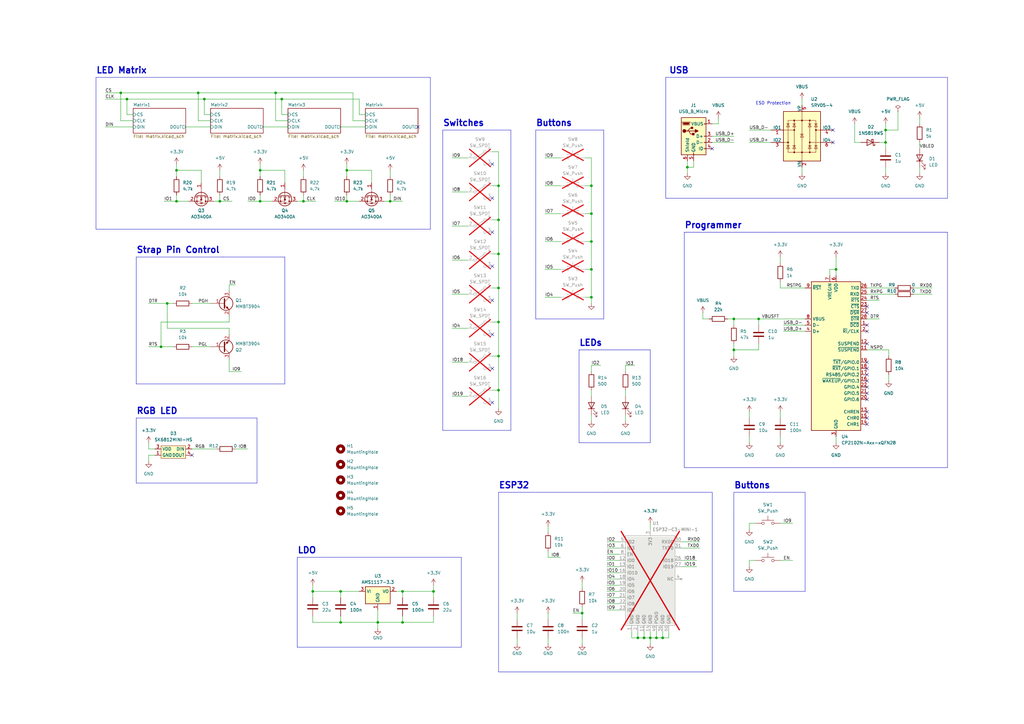
<source format=kicad_sch>
(kicad_sch (version 20230121) (generator eeschema)
  (paper "A3")
  (lib_symbols
    (symbol "Connector:USB_B_Micro" (pin_names (offset 1.016))
      (property "Reference" "J" (at -5.08 11.43 0))
      (property "Value" "USB_B_Micro" (at -5.08 8.89 0))
      (symbol "USB_B_Micro_1_1"
        (pin power_out line (at 7.62 5.08 180) (length 2.54) (name "VBUS") (number "1"))
        (pin bidirectional line (at 7.62 -2.54 180) (length 2.54) (name "D-") (number "2"))
        (pin bidirectional line (at 7.62 0 180) (length 2.54) (name "D+") (number "3"))
        (pin passive line (at 7.62 -5.08 180) (length 2.54) (name "ID") (number "4"))
        (pin power_out line (at 0 -10.16 90) (length 2.54) (name "GND") (number "5"))
        (pin passive line (at -2.54 -10.16 90) (length 2.54) (name "Shield") (number "6"))
      )
    )
    (symbol "Device:C" (pin_numbers hide) (pin_names (offset 0.254))
      (property "Reference" "C" (at 0.635 2.54 0))
      (property "Value" "C" (at 0.635 -2.54 0))
      (symbol "C_1_1"
        (pin passive line (at 0 3.81 270) (length 2.794) (name "~") (number "1"))
        (pin passive line (at 0 -3.81 90) (length 2.794) (name "~") (number "2"))
      )
    )
    (symbol "Device:LED" (pin_numbers hide) (pin_names (offset 1.016) hide)
      (property "Reference" "D" (at 0 2.54 0))
      (property "Value" "LED" (at 0 -2.54 0))
      (symbol "LED_1_1"
        (pin passive line (at -3.81 0 0) (length 2.54) (name "K") (number "1"))
        (pin passive line (at 3.81 0 180) (length 2.54) (name "A") (number "2"))
      )
    )
    (symbol "Device:R" (pin_numbers hide) (pin_names (offset 0))
      (property "Reference" "R" (at 2.032 0 90))
      (property "Value" "R" (at 0 0 90))
      (symbol "R_1_1"
        (pin passive line (at 0 3.81 270) (length 1.27) (name "~") (number "1"))
        (pin passive line (at 0 -3.81 90) (length 1.27) (name "~") (number "2"))
      )
    )
    (symbol "Diode:1N5819WS" (pin_numbers hide) (pin_names (offset 1.016) hide)
      (property "Reference" "D" (at 0 2.54 0))
      (property "Value" "1N5819WS" (at 0 -2.54 0))
      (symbol "1N5819WS_1_1"
        (pin passive line (at -3.81 0 0) (length 2.54) (name "K") (number "1"))
        (pin passive line (at 3.81 0 180) (length 2.54) (name "A") (number "2"))
      )
    )
    (symbol "Interface_USB:CP2102N-Axx-xQFN28"
      (property "Reference" "U" (at -8.89 31.75 0))
      (property "Value" "CP2102N-Axx-xQFN28" (at 12.7 31.75 0))
      (symbol "CP2102N-Axx-xQFN28_1_1"
        (pin input line (at 12.7 12.7 180) (length 2.54) (name "~{DCD}") (number "1"))
        (pin no_connect line (at -10.16 -27.94 0) (length 2.54) hide (name "NC") (number "10"))
        (pin output line (at 12.7 2.54 180) (length 2.54) (name "~{SUSPEND}") (number "11"))
        (pin output line (at 12.7 5.08 180) (length 2.54) (name "SUSPEND") (number "12"))
        (pin output line (at 12.7 -22.86 180) (length 2.54) (name "CHREN") (number "13"))
        (pin output line (at 12.7 -27.94 180) (length 2.54) (name "CHR1") (number "14"))
        (pin output line (at 12.7 -25.4 180) (length 2.54) (name "CHR0") (number "15"))
        (pin bidirectional line (at 12.7 -10.16 180) (length 2.54) (name "~{WAKEUP}/GPIO.3") (number "16"))
        (pin bidirectional line (at 12.7 -7.62 180) (length 2.54) (name "RS485/GPIO.2") (number "17"))
        (pin bidirectional line (at 12.7 -5.08 180) (length 2.54) (name "~{RXT}/GPIO.1") (number "18"))
        (pin bidirectional line (at 12.7 -2.54 180) (length 2.54) (name "~{TXT}/GPIO.0") (number "19"))
        (pin bidirectional line (at 12.7 10.16 180) (length 2.54) (name "~{RI}/CLK") (number "2"))
        (pin bidirectional line (at 12.7 -17.78 180) (length 2.54) (name "GPIO.6") (number "20"))
        (pin bidirectional line (at 12.7 -15.24 180) (length 2.54) (name "GPIO.5") (number "21"))
        (pin bidirectional line (at 12.7 -12.7 180) (length 2.54) (name "GPIO.4") (number "22"))
        (pin input line (at 12.7 20.32 180) (length 2.54) (name "~{CTS}") (number "23"))
        (pin output line (at 12.7 22.86 180) (length 2.54) (name "~{RTS}") (number "24"))
        (pin input line (at 12.7 25.4 180) (length 2.54) (name "RXD") (number "25"))
        (pin output line (at 12.7 27.94 180) (length 2.54) (name "TXD") (number "26"))
        (pin input line (at 12.7 17.78 180) (length 2.54) (name "~{DSR}") (number "27"))
        (pin output line (at 12.7 15.24 180) (length 2.54) (name "~{DTR}") (number "28"))
        (pin passive line (at 0 -33.02 90) (length 2.54) hide (name "GND") (number "29"))
        (pin power_in line (at 0 -33.02 90) (length 2.54) (name "GND") (number "3"))
        (pin bidirectional line (at -12.7 10.16 0) (length 2.54) (name "D+") (number "4"))
        (pin bidirectional line (at -12.7 12.7 0) (length 2.54) (name "D-") (number "5"))
        (pin power_in line (at 0 33.02 270) (length 2.54) (name "VDD") (number "6"))
        (pin power_in line (at -2.54 33.02 270) (length 2.54) (name "VREGIN") (number "7"))
        (pin input line (at -12.7 15.24 0) (length 2.54) (name "VBUS") (number "8"))
        (pin input line (at -12.7 27.94 0) (length 2.54) (name "~{RST}") (number "9"))
      )
    )
    (symbol "Mechanical:MountingHole" (pin_names (offset 1.016))
      (property "Reference" "H" (at 0 5.08 0))
      (property "Value" "MountingHole" (at 0 3.175 0))
    )
    (symbol "MySymbols:ESP32-C3-MINI-1"
      (property "Reference" "U" (at 1.27 2.54 0))
      (property "Value" "ESP32-C3-MINI-1" (at 20.32 2.54 0))
      (symbol "ESP32-C3-MINI-1_1_1"
        (pin power_in line (at 2.54 -39.37 90) (length 2.54) (name "GND") (number "1"))
        (pin no_connect line (at 22.86 -21.59 180) (length 2.54) hide (name "NC") (number "10"))
        (pin power_in line (at 7.62 -39.37 90) (length 2.54) (name "GND") (number "11"))
        (pin bidirectional line (at -2.54 -10.16 0) (length 2.54) (name "IO0") (number "12"))
        (pin bidirectional line (at -2.54 -12.7 0) (length 2.54) (name "IO1") (number "13"))
        (pin power_in line (at 10.16 -39.37 90) (length 2.54) (name "GND") (number "14"))
        (pin no_connect line (at 22.86 -22.86 180) (length 2.54) hide (name "NC") (number "15"))
        (pin bidirectional line (at -2.54 -15.24 0) (length 2.54) (name "IO10") (number "16"))
        (pin no_connect line (at 22.86 -24.13 180) (length 2.54) hide (name "NC") (number "17"))
        (pin bidirectional line (at -2.54 -17.78 0) (length 2.54) (name "IO4") (number "18"))
        (pin bidirectional line (at -2.54 -20.32 0) (length 2.54) (name "IO5") (number "19"))
        (pin power_in line (at 5.08 -39.37 90) (length 2.54) (name "GND") (number "2"))
        (pin bidirectional line (at -2.54 -22.86 0) (length 2.54) (name "IO6") (number "20"))
        (pin bidirectional line (at -2.54 -25.4 0) (length 2.54) (name "IO7") (number "21"))
        (pin bidirectional line (at -2.54 -27.94 0) (length 2.54) (name "IO8") (number "22"))
        (pin bidirectional line (at -2.54 -30.48 0) (length 2.54) (name "IO9") (number "23"))
        (pin no_connect line (at 22.86 -25.4 180) (length 2.54) hide (name "NC") (number "24"))
        (pin no_connect line (at 22.86 -26.67 180) (length 2.54) hide (name "NC") (number "25"))
        (pin bidirectional line (at 22.86 -10.16 180) (length 2.54) (name "IO18") (number "26"))
        (pin bidirectional line (at 22.86 -12.7 180) (length 2.54) (name "IO19") (number "27"))
        (pin no_connect line (at 22.86 -27.94 180) (length 2.54) hide (name "NC") (number "28"))
        (pin no_connect line (at 22.86 -29.21 180) (length 2.54) hide (name "NC") (number "29"))
        (pin power_in line (at 10.16 2.54 270) (length 2.54) (name "3V3") (number "3"))
        (pin bidirectional line (at 22.86 -2.54 180) (length 2.54) (name "RXD0") (number "30"))
        (pin bidirectional line (at 22.86 -5.08 180) (length 2.54) (name "TXD0") (number "31"))
        (pin no_connect line (at 22.86 -30.48 180) (length 2.54) hide (name "NC") (number "32"))
        (pin no_connect line (at 22.86 -31.75 180) (length 2.54) hide (name "NC") (number "33"))
        (pin no_connect line (at 22.86 -33.02 180) (length 2.54) hide (name "NC") (number "34"))
        (pin no_connect line (at 22.86 -34.29 180) (length 2.54) hide (name "NC") (number "35"))
        (pin power_in line (at 15.24 -39.37 90) (length 2.54) (name "GND") (number "36"))
        (pin power_in line (at 15.24 -39.37 90) (length 2.54) hide (name "GND") (number "37"))
        (pin power_in line (at 15.24 -39.37 90) (length 2.54) hide (name "GND") (number "38"))
        (pin power_in line (at 15.24 -39.37 90) (length 2.54) hide (name "GND") (number "39"))
        (pin no_connect line (at 22.86 -17.78 180) (length 2.54) (name "NC") (number "4"))
        (pin power_in line (at 15.24 -39.37 90) (length 2.54) hide (name "GND") (number "40"))
        (pin power_in line (at 15.24 -39.37 90) (length 2.54) hide (name "GND") (number "41"))
        (pin power_in line (at 15.24 -39.37 90) (length 2.54) hide (name "GND") (number "42"))
        (pin power_in line (at 15.24 -39.37 90) (length 2.54) hide (name "GND") (number "43"))
        (pin power_in line (at 15.24 -39.37 90) (length 2.54) hide (name "GND") (number "44"))
        (pin power_in line (at 15.24 -39.37 90) (length 2.54) hide (name "GND") (number "45"))
        (pin power_in line (at 15.24 -39.37 90) (length 2.54) hide (name "GND") (number "46"))
        (pin power_in line (at 15.24 -39.37 90) (length 2.54) hide (name "GND") (number "47"))
        (pin power_in line (at 15.24 -39.37 90) (length 2.54) hide (name "GND") (number "48"))
        (pin power_in line (at 12.7 -39.37 90) (length 2.54) (name "PGND") (number "49"))
        (pin bidirectional line (at -2.54 -2.54 0) (length 2.54) (name "IO2") (number "5"))
        (pin power_in line (at 17.78 -39.37 90) (length 2.54) (name "GND") (number "50"))
        (pin power_in line (at 17.78 -39.37 90) (length 2.54) hide (name "GND") (number "51"))
        (pin power_in line (at 17.78 -39.37 90) (length 2.54) hide (name "GND") (number "52"))
        (pin power_in line (at 17.78 -39.37 90) (length 2.54) hide (name "GND") (number "53"))
        (pin bidirectional line (at -2.54 -5.08 0) (length 2.54) (name "IO3") (number "6"))
        (pin no_connect line (at 22.86 -19.05 180) (length 2.54) hide (name "NC") (number "7"))
        (pin input line (at -2.54 -7.62 0) (length 2.54) (name "EN") (number "8"))
        (pin no_connect line (at 22.86 -20.32 180) (length 2.54) hide (name "NC") (number "9"))
      )
    )
    (symbol "MySymbols:SK6812MINI-HS"
      (property "Reference" "D" (at -3.81 -1.27 0))
      (property "Value" "SK6812MINI-HS" (at 0 -8.89 0))
      (symbol "SK6812MINI-HS_1_1"
        (pin power_in line (at -7.62 -6.35 0) (length 2.54) (name "GND") (number "1"))
        (pin input line (at 7.62 -3.81 180) (length 2.54) (name "DIN") (number "2"))
        (pin power_in line (at -7.62 -3.81 0) (length 2.54) (name "VDD") (number "3"))
        (pin output line (at 7.62 -6.35 180) (length 2.54) (name "DOUT") (number "4"))
      )
    )
    (symbol "Power_Protection:SRV05-4" (pin_names (offset 0))
      (property "Reference" "U" (at -5.08 11.43 0))
      (property "Value" "SRV05-4" (at 2.54 11.43 0))
      (symbol "SRV05-4_1_1"
        (pin passive line (at -12.7 2.54 0) (length 5.08) (name "IO1") (number "1"))
        (pin passive line (at 0 -12.7 90) (length 2.54) (name "VN") (number "2"))
        (pin passive line (at -12.7 -2.54 0) (length 5.08) (name "IO2") (number "3"))
        (pin passive line (at 12.7 2.54 180) (length 5.08) (name "IO3") (number "4"))
        (pin passive line (at 0 12.7 270) (length 2.54) (name "VP") (number "5"))
        (pin passive line (at 12.7 -2.54 180) (length 5.08) (name "IO4") (number "6"))
      )
    )
    (symbol "Regulator_Linear:AMS1117-3.3"
      (property "Reference" "U" (at -3.81 3.175 0))
      (property "Value" "AMS1117-3.3" (at 0 3.175 0))
      (symbol "AMS1117-3.3_1_1"
        (pin power_in line (at 0 -7.62 90) (length 2.54) (name "GND") (number "1"))
        (pin power_out line (at 7.62 0 180) (length 2.54) (name "VO") (number "2"))
        (pin power_in line (at -7.62 0 0) (length 2.54) (name "VI") (number "3"))
      )
    )
    (symbol "Switch:SW_Push" (pin_numbers hide) (pin_names (offset 1.016) hide)
      (property "Reference" "SW" (at 1.27 2.54 0))
      (property "Value" "SW_Push" (at 0 -1.524 0))
      (symbol "SW_Push_0_1"
        (pin passive line (at -5.08 0 0) (length 2.54) (name "1") (number "1"))
        (pin passive line (at 5.08 0 180) (length 2.54) (name "2") (number "2"))
      )
    )
    (symbol "Switch:SW_SPDT" (pin_names (offset 0) hide)
      (property "Reference" "SW" (at 0 4.318 0))
      (property "Value" "SW_SPDT" (at 0 -5.08 0))
      (symbol "SW_SPDT_1_1"
        (pin passive line (at 5.08 2.54 180) (length 2.54) (name "A") (number "1"))
        (pin passive line (at -5.08 0 0) (length 2.54) (name "B") (number "2"))
        (pin passive line (at 5.08 -2.54 180) (length 2.54) (name "C") (number "3"))
      )
    )
    (symbol "Transistor_BJT:MMBT3904" (pin_names (offset 0) hide)
      (property "Reference" "Q" (at 5.08 1.905 0))
      (property "Value" "MMBT3904" (at 5.08 0 0))
      (symbol "MMBT3904_1_1"
        (pin input line (at -5.08 0 0) (length 5.715) (name "B") (number "1"))
        (pin passive line (at 2.54 -5.08 90) (length 2.54) (name "E") (number "2"))
        (pin passive line (at 2.54 5.08 270) (length 2.54) (name "C") (number "3"))
      )
    )
    (symbol "Transistor_FET:AO3400A" (pin_names hide)
      (property "Reference" "Q" (at 5.08 1.905 0))
      (property "Value" "AO3400A" (at 5.08 0 0))
      (symbol "AO3400A_1_1"
        (pin input line (at -5.08 0 0) (length 2.54) (name "G") (number "1"))
        (pin passive line (at 2.54 -5.08 90) (length 2.54) (name "S") (number "2"))
        (pin passive line (at 2.54 5.08 270) (length 2.54) (name "D") (number "3"))
      )
    )
    (symbol "power:+3.3V" (power) (pin_names (offset 0))
      (property "Value" "+3.3V" (at 0 3.556 0))
      (symbol "+3.3V_1_1"
        (pin power_in line (at 0 0 90) (length 0) hide (name "+3.3V") (number "1"))
      )
    )
    (symbol "power:+5V" (power) (pin_names (offset 0))
      (property "Value" "+5V" (at 0 3.556 0))
      (symbol "+5V_1_1"
        (pin power_in line (at 0 0 90) (length 0) hide (name "+5V") (number "1"))
      )
    )
    (symbol "power:GND" (power) (pin_names (offset 0))
      (property "Value" "GND" (at 0 -3.81 0))
      (symbol "GND_1_1"
        (pin power_in line (at 0 0 270) (length 0) hide (name "GND") (number "1"))
      )
    )
    (symbol "power:PWR_FLAG" (power) (pin_numbers hide) (pin_names (offset 0) hide)
      (property "Value" "PWR_FLAG" (at 0 3.81 0))
      (symbol "PWR_FLAG_0_0"
        (pin power_out line (at 0 0 90) (length 0) (name "pwr") (number "1"))
      )
    )
    (symbol "power:VBUS" (power) (pin_names (offset 0))
      (property "Value" "VBUS" (at 0 3.81 0))
      (symbol "VBUS_1_1"
        (pin power_in line (at 0 0 90) (length 0) hide (name "VBUS") (number "1"))
      )
    )
  )
  (junction (at 204.47 146.05))
  (junction (at 139.7 255.27))
  (junction (at 266.7 261.62))
  (junction (at 204.47 90.17))
  (junction (at 242.57 76.2))
  (junction (at 281.94 68.58))
  (junction (at 300.99 130.81))
  (junction (at 242.57 99.06))
  (junction (at 261.62 261.62))
  (junction (at 238.76 251.46))
  (junction (at 363.22 58.42))
  (junction (at 142.24 82.55))
  (junction (at 106.68 82.55))
  (junction (at 165.1 255.27))
  (junction (at 66.04 142.24))
  (junction (at 300.99 143.51))
  (junction (at 264.16 261.62))
  (junction (at 204.47 104.14))
  (junction (at 81.28 38.1))
  (junction (at 204.47 118.11))
  (junction (at 115.57 40.64))
  (junction (at 242.57 87.63))
  (junction (at 90.17 82.55))
  (junction (at 72.39 69.85))
  (junction (at 142.24 69.85))
  (junction (at 242.57 110.49))
  (junction (at 68.58 124.46))
  (junction (at 269.24 261.62))
  (junction (at 124.46 82.55))
  (junction (at 160.02 82.55))
  (junction (at 242.57 121.92))
  (junction (at 106.68 69.85))
  (junction (at 52.07 40.64))
  (junction (at 342.9 110.49))
  (junction (at 154.94 255.27))
  (junction (at 204.47 76.2))
  (junction (at 49.53 38.1))
  (junction (at 177.8 242.57))
  (junction (at 139.7 242.57))
  (junction (at 271.78 261.62))
  (junction (at 165.1 242.57))
  (junction (at 363.22 53.34))
  (junction (at 128.27 242.57))
  (junction (at 83.82 40.64))
  (junction (at 204.47 160.02))
  (junction (at 311.15 130.81))
  (junction (at 113.03 38.1))
  (junction (at 204.47 132.08))
  (junction (at 72.39 82.55))
  (no_connect (at 341.63 53.34))
  (no_connect (at 78.74 186.69))
  (no_connect (at 355.6 161.29))
  (no_connect (at 355.6 125.73))
  (no_connect (at 355.6 135.89))
  (no_connect (at 201.93 67.31))
  (no_connect (at 355.6 148.59))
  (no_connect (at 355.6 171.45))
  (no_connect (at 355.6 156.21))
  (no_connect (at 355.6 128.27))
  (no_connect (at 341.63 58.42))
  (no_connect (at 201.93 81.28))
  (no_connect (at 355.6 168.91))
  (no_connect (at 355.6 140.97))
  (no_connect (at 355.6 133.35))
  (no_connect (at 201.93 137.16))
  (no_connect (at 171.45 52.07))
  (no_connect (at 355.6 151.13))
  (no_connect (at 201.93 95.25))
  (no_connect (at 292.1 60.96))
  (no_connect (at 355.6 153.67))
  (no_connect (at 355.6 173.99))
  (no_connect (at 201.93 123.19))
  (no_connect (at 201.93 165.1))
  (no_connect (at 355.6 158.75))
  (no_connect (at 201.93 151.13))
  (no_connect (at 201.93 109.22))
  (no_connect (at 355.6 163.83))
  (polyline (pts (xy 292.1 201.93) (xy 292.1 275.59)))
  (wire (pts (xy 101.6 82.55) (xy 106.68 82.55)))
  (wire (pts (xy 307.34 168.91) (xy 307.34 171.45)))
  (polyline (pts (xy 39.37 93.98) (xy 176.53 93.98)))
  (wire (pts (xy 43.18 38.1) (xy 49.53 38.1)))
  (wire (pts (xy 224.79 226.06) (xy 224.79 228.6)))
  (polyline (pts (xy 39.37 31.75) (xy 39.37 93.98)))
  (polyline (pts (xy 388.62 81.28) (xy 273.05 81.28)))
  (wire (pts (xy 288.29 130.81) (xy 290.83 130.81)))
  (wire (pts (xy 342.9 179.07) (xy 342.9 181.61)))
  (wire (pts (xy 248.92 227.33) (xy 254 227.33)))
  (wire (pts (xy 185.42 78.74) (xy 191.77 78.74)))
  (wire (pts (xy 224.79 261.62) (xy 224.79 264.16)))
  (wire (pts (xy 111.76 82.55) (xy 106.68 82.55)))
  (wire (pts (xy 128.27 252.73) (xy 128.27 255.27)))
  (wire (pts (xy 350.52 58.42) (xy 353.06 58.42)))
  (polyline (pts (xy 176.53 93.98) (xy 176.53 31.75)))
  (wire (pts (xy 128.27 255.27) (xy 139.7 255.27)))
  (wire (pts (xy 279.4 224.79) (xy 287.02 224.79)))
  (wire (pts (xy 238.76 251.46) (xy 238.76 254)))
  (wire (pts (xy 83.82 40.64) (xy 83.82 46.99)))
  (wire (pts (xy 90.17 69.85) (xy 90.17 72.39)))
  (wire (pts (xy 72.39 67.31) (xy 72.39 69.85)))
  (wire (pts (xy 87.63 82.55) (xy 90.17 82.55)))
  (wire (pts (xy 93.98 132.08) (xy 66.04 132.08)))
  (wire (pts (xy 121.92 82.55) (xy 124.46 82.55)))
  (polyline (pts (xy 209.55 97.79) (xy 209.55 176.53)))
  (wire (pts (xy 147.32 82.55) (xy 142.24 82.55)))
  (wire (pts (xy 142.24 82.55) (xy 142.24 80.01)))
  (wire (pts (xy 144.78 49.53) (xy 144.78 38.1)))
  (wire (pts (xy 242.57 87.63) (xy 242.57 99.06)))
  (wire (pts (xy 204.47 146.05) (xy 204.47 132.08)))
  (wire (pts (xy 223.52 121.92) (xy 229.87 121.92)))
  (wire (pts (xy 204.47 62.23) (xy 201.93 62.23)))
  (wire (pts (xy 363.22 58.42) (xy 363.22 60.96)))
  (wire (pts (xy 185.42 120.65) (xy 191.77 120.65)))
  (wire (pts (xy 242.57 121.92) (xy 240.03 121.92)))
  (wire (pts (xy 256.54 160.02) (xy 256.54 162.56)))
  (wire (pts (xy 320.04 179.07) (xy 320.04 181.61)))
  (wire (pts (xy 340.36 110.49) (xy 340.36 113.03)))
  (wire (pts (xy 139.7 52.07) (xy 149.86 52.07)))
  (wire (pts (xy 204.47 146.05) (xy 201.93 146.05)))
  (wire (pts (xy 320.04 168.91) (xy 320.04 171.45)))
  (wire (pts (xy 165.1 242.57) (xy 165.1 245.11)))
  (wire (pts (xy 279.4 229.87) (xy 285.75 229.87)))
  (wire (pts (xy 160.02 82.55) (xy 165.1 82.55)))
  (wire (pts (xy 248.92 234.95) (xy 254 234.95)))
  (wire (pts (xy 204.47 132.08) (xy 201.93 132.08)))
  (wire (pts (xy 78.74 184.15) (xy 88.9 184.15)))
  (wire (pts (xy 242.57 99.06) (xy 242.57 110.49)))
  (wire (pts (xy 274.32 261.62) (xy 274.32 259.08)))
  (wire (pts (xy 124.46 82.55) (xy 129.54 82.55)))
  (wire (pts (xy 212.09 261.62) (xy 212.09 264.16)))
  (wire (pts (xy 139.7 255.27) (xy 154.94 255.27)))
  (wire (pts (xy 107.95 52.07) (xy 118.11 52.07)))
  (wire (pts (xy 66.04 132.08) (xy 66.04 142.24)))
  (wire (pts (xy 307.34 58.42) (xy 316.23 58.42)))
  (wire (pts (xy 185.42 134.62) (xy 191.77 134.62)))
  (polyline (pts (xy 137.16 228.6) (xy 189.23 228.6)))
  (wire (pts (xy 368.3 53.34) (xy 363.22 53.34)))
  (wire (pts (xy 256.54 149.86) (xy 256.54 152.4)))
  (wire (pts (xy 248.92 245.11) (xy 254 245.11)))
  (wire (pts (xy 142.24 67.31) (xy 142.24 69.85)))
  (wire (pts (xy 281.94 66.04) (xy 281.94 68.58)))
  (wire (pts (xy 139.7 242.57) (xy 139.7 245.11)))
  (wire (pts (xy 204.47 160.02) (xy 204.47 146.05)))
  (wire (pts (xy 223.52 99.06) (xy 229.87 99.06)))
  (wire (pts (xy 52.07 46.99) (xy 52.07 40.64)))
  (wire (pts (xy 224.79 251.46) (xy 224.79 254)))
  (wire (pts (xy 300.99 130.81) (xy 311.15 130.81)))
  (wire (pts (xy 72.39 82.55) (xy 72.39 80.01)))
  (wire (pts (xy 242.57 76.2) (xy 242.57 87.63)))
  (wire (pts (xy 115.57 40.64) (xy 115.57 46.99)))
  (wire (pts (xy 242.57 149.86) (xy 242.57 152.4)))
  (wire (pts (xy 342.9 105.41) (xy 342.9 110.49)))
  (wire (pts (xy 288.29 128.27) (xy 288.29 130.81)))
  (wire (pts (xy 157.48 82.55) (xy 160.02 82.55)))
  (wire (pts (xy 238.76 261.62) (xy 238.76 264.16)))
  (polyline (pts (xy 204.47 275.59) (xy 204.47 201.93)))
  (wire (pts (xy 60.96 189.23) (xy 60.96 186.69)))
  (wire (pts (xy 142.24 69.85) (xy 142.24 72.39)))
  (wire (pts (xy 204.47 132.08) (xy 204.47 118.11)))
  (wire (pts (xy 320.04 229.87) (xy 325.12 229.87)))
  (wire (pts (xy 311.15 130.81) (xy 311.15 133.35)))
  (wire (pts (xy 93.98 119.38) (xy 93.98 116.84)))
  (polyline (pts (xy 209.55 176.53) (xy 181.61 176.53)))
  (wire (pts (xy 128.27 242.57) (xy 139.7 242.57)))
  (wire (pts (xy 68.58 124.46) (xy 71.12 124.46)))
  (wire (pts (xy 281.94 71.12) (xy 281.94 68.58)))
  (polyline (pts (xy 280.67 191.77) (xy 280.67 95.25)))
  (wire (pts (xy 242.57 149.86) (xy 246.38 149.86)))
  (wire (pts (xy 204.47 118.11) (xy 204.47 104.14)))
  (wire (pts (xy 261.62 259.08) (xy 261.62 261.62)))
  (wire (pts (xy 223.52 110.49) (xy 229.87 110.49)))
  (wire (pts (xy 149.86 49.53) (xy 144.78 49.53)))
  (wire (pts (xy 139.7 242.57) (xy 147.32 242.57)))
  (wire (pts (xy 355.6 118.11) (xy 367.03 118.11)))
  (wire (pts (xy 81.28 38.1) (xy 81.28 49.53)))
  (polyline (pts (xy 116.84 157.48) (xy 55.88 157.48)))
  (wire (pts (xy 147.32 46.99) (xy 149.86 46.99)))
  (wire (pts (xy 377.19 58.42) (xy 377.19 60.96)))
  (wire (pts (xy 266.7 259.08) (xy 266.7 261.62)))
  (wire (pts (xy 185.42 106.68) (xy 191.77 106.68)))
  (wire (pts (xy 259.08 261.62) (xy 261.62 261.62)))
  (polyline (pts (xy 121.92 265.43) (xy 121.92 228.6)))
  (wire (pts (xy 292.1 55.88) (xy 300.99 55.88)))
  (polyline (pts (xy 219.71 130.81) (xy 219.71 53.34)))
  (wire (pts (xy 224.79 215.9) (xy 224.79 218.44)))
  (wire (pts (xy 204.47 90.17) (xy 201.93 90.17)))
  (wire (pts (xy 147.32 40.64) (xy 147.32 46.99)))
  (wire (pts (xy 342.9 110.49) (xy 340.36 110.49)))
  (polyline (pts (xy 219.71 53.34) (xy 247.65 53.34)))
  (polyline (pts (xy 248.92 201.93) (xy 292.1 201.93)))
  (wire (pts (xy 93.98 147.32) (xy 93.98 152.4)))
  (wire (pts (xy 185.42 162.56) (xy 191.77 162.56)))
  (wire (pts (xy 139.7 252.73) (xy 139.7 255.27)))
  (polyline (pts (xy 121.92 228.6) (xy 137.16 228.6)))
  (wire (pts (xy 292.1 58.42) (xy 300.99 58.42)))
  (wire (pts (xy 60.96 142.24) (xy 66.04 142.24)))
  (wire (pts (xy 43.18 40.64) (xy 52.07 40.64)))
  (wire (pts (xy 78.74 124.46) (xy 86.36 124.46)))
  (wire (pts (xy 355.6 123.19) (xy 360.68 123.19)))
  (polyline (pts (xy 388.62 191.77) (xy 280.67 191.77)))
  (polyline (pts (xy 59.69 171.45) (xy 105.41 171.45)))
  (wire (pts (xy 279.4 222.25) (xy 287.02 222.25)))
  (wire (pts (xy 363.22 68.58) (xy 363.22 71.12)))
  (wire (pts (xy 355.6 120.65) (xy 367.03 120.65)))
  (wire (pts (xy 248.92 240.03) (xy 254 240.03)))
  (wire (pts (xy 328.93 68.58) (xy 328.93 71.12)))
  (wire (pts (xy 266.7 261.62) (xy 269.24 261.62)))
  (wire (pts (xy 154.94 255.27) (xy 154.94 257.81)))
  (wire (pts (xy 355.6 130.81) (xy 360.68 130.81)))
  (wire (pts (xy 320.04 118.11) (xy 330.2 118.11)))
  (wire (pts (xy 60.96 184.15) (xy 63.5 184.15)))
  (wire (pts (xy 185.42 92.71) (xy 191.77 92.71)))
  (polyline (pts (xy 241.3 143.51) (xy 266.7 143.51)))
  (wire (pts (xy 238.76 238.76) (xy 238.76 241.3)))
  (wire (pts (xy 242.57 110.49) (xy 242.57 121.92)))
  (polyline (pts (xy 105.41 171.45) (xy 105.41 198.12)))
  (wire (pts (xy 248.92 247.65) (xy 254 247.65)))
  (wire (pts (xy 320.04 115.57) (xy 320.04 118.11)))
  (wire (pts (xy 113.03 49.53) (xy 118.11 49.53)))
  (polyline (pts (xy 273.05 31.75) (xy 330.2 31.75)))
  (wire (pts (xy 298.45 130.81) (xy 300.99 130.81)))
  (wire (pts (xy 128.27 240.03) (xy 128.27 242.57)))
  (wire (pts (xy 248.92 250.19) (xy 254 250.19)))
  (polyline (pts (xy 292.1 275.59) (xy 204.47 275.59)))
  (wire (pts (xy 96.52 184.15) (xy 101.6 184.15)))
  (wire (pts (xy 300.99 140.97) (xy 300.99 143.51)))
  (wire (pts (xy 54.61 46.99) (xy 52.07 46.99)))
  (wire (pts (xy 271.78 261.62) (xy 271.78 259.08)))
  (wire (pts (xy 259.08 259.08) (xy 259.08 261.62)))
  (polyline (pts (xy 91.44 105.41) (xy 116.84 105.41)))
  (polyline (pts (xy 300.99 242.57) (xy 330.2 242.57)))
  (wire (pts (xy 116.84 74.93) (xy 116.84 69.85)))
  (wire (pts (xy 279.4 232.41) (xy 285.75 232.41)))
  (wire (pts (xy 238.76 251.46) (xy 238.76 248.92)))
  (wire (pts (xy 248.92 229.87) (xy 254 229.87)))
  (wire (pts (xy 242.57 110.49) (xy 240.03 110.49)))
  (wire (pts (xy 377.19 48.26) (xy 377.19 50.8)))
  (wire (pts (xy 248.92 232.41) (xy 254 232.41)))
  (wire (pts (xy 124.46 69.85) (xy 124.46 72.39)))
  (wire (pts (xy 242.57 87.63) (xy 240.03 87.63)))
  (wire (pts (xy 177.8 252.73) (xy 177.8 255.27)))
  (wire (pts (xy 223.52 76.2) (xy 229.87 76.2)))
  (wire (pts (xy 76.2 52.07) (xy 86.36 52.07)))
  (wire (pts (xy 363.22 50.8) (xy 363.22 53.34)))
  (wire (pts (xy 248.92 222.25) (xy 254 222.25)))
  (polyline (pts (xy 55.88 157.48) (xy 55.88 105.41)))
  (wire (pts (xy 204.47 90.17) (xy 204.47 76.2)))
  (wire (pts (xy 307.34 217.17) (xy 307.34 214.63)))
  (wire (pts (xy 165.1 255.27) (xy 154.94 255.27)))
  (wire (pts (xy 320.04 214.63) (xy 325.12 214.63)))
  (wire (pts (xy 160.02 82.55) (xy 160.02 80.01)))
  (wire (pts (xy 320.04 105.41) (xy 320.04 107.95)))
  (polyline (pts (xy 247.65 53.34) (xy 247.65 123.19)))
  (wire (pts (xy 49.53 38.1) (xy 49.53 49.53)))
  (wire (pts (xy 264.16 259.08) (xy 264.16 261.62)))
  (wire (pts (xy 350.52 50.8) (xy 350.52 58.42)))
  (wire (pts (xy 377.19 68.58) (xy 377.19 71.12)))
  (wire (pts (xy 307.34 229.87) (xy 309.88 229.87)))
  (wire (pts (xy 93.98 116.84) (xy 96.52 116.84)))
  (polyline (pts (xy 189.23 265.43) (xy 121.92 265.43)))
  (polyline (pts (xy 39.37 31.75) (xy 176.53 31.75)))
  (wire (pts (xy 177.8 240.03) (xy 177.8 242.57)))
  (wire (pts (xy 360.68 58.42) (xy 363.22 58.42)))
  (wire (pts (xy 240.03 76.2) (xy 242.57 76.2)))
  (wire (pts (xy 311.15 130.81) (xy 330.2 130.81)))
  (polyline (pts (xy 209.55 53.34) (xy 209.55 97.79)))
  (wire (pts (xy 93.98 129.54) (xy 93.98 132.08)))
  (wire (pts (xy 242.57 121.92) (xy 242.57 124.46)))
  (polyline (pts (xy 55.88 171.45) (xy 59.69 171.45)))
  (wire (pts (xy 78.74 142.24) (xy 86.36 142.24)))
  (wire (pts (xy 152.4 69.85) (xy 142.24 69.85)))
  (wire (pts (xy 152.4 74.93) (xy 152.4 69.85)))
  (polyline (pts (xy 266.7 181.61) (xy 237.49 181.61)))
  (wire (pts (xy 52.07 40.64) (xy 83.82 40.64)))
  (wire (pts (xy 223.52 64.77) (xy 229.87 64.77)))
  (wire (pts (xy 256.54 170.18) (xy 256.54 172.72)))
  (wire (pts (xy 363.22 53.34) (xy 363.22 58.42)))
  (polyline (pts (xy 55.88 198.12) (xy 55.88 171.45)))
  (wire (pts (xy 321.31 133.35) (xy 330.2 133.35)))
  (wire (pts (xy 234.95 251.46) (xy 238.76 251.46)))
  (wire (pts (xy 294.64 48.26) (xy 294.64 50.8)))
  (wire (pts (xy 185.42 148.59) (xy 191.77 148.59)))
  (wire (pts (xy 82.55 69.85) (xy 72.39 69.85)))
  (wire (pts (xy 60.96 124.46) (xy 68.58 124.46)))
  (wire (pts (xy 248.92 242.57) (xy 254 242.57)))
  (wire (pts (xy 90.17 82.55) (xy 90.17 80.01)))
  (wire (pts (xy 368.3 45.72) (xy 368.3 53.34)))
  (polyline (pts (xy 330.2 31.75) (xy 388.62 31.75)))
  (polyline (pts (xy 204.47 201.93) (xy 248.92 201.93)))
  (wire (pts (xy 204.47 160.02) (xy 201.93 160.02)))
  (wire (pts (xy 248.92 224.79) (xy 254 224.79)))
  (polyline (pts (xy 247.65 130.81) (xy 219.71 130.81)))
  (wire (pts (xy 242.57 170.18) (xy 242.57 172.72)))
  (wire (pts (xy 364.49 146.05) (xy 364.49 143.51)))
  (wire (pts (xy 72.39 69.85) (xy 72.39 72.39)))
  (wire (pts (xy 374.65 118.11) (xy 382.27 118.11)))
  (polyline (pts (xy 388.62 95.25) (xy 388.62 191.77)))
  (wire (pts (xy 60.96 186.69) (xy 63.5 186.69)))
  (wire (pts (xy 261.62 261.62) (xy 264.16 261.62)))
  (wire (pts (xy 93.98 152.4) (xy 99.06 152.4)))
  (wire (pts (xy 106.68 67.31) (xy 106.68 69.85)))
  (wire (pts (xy 284.48 68.58) (xy 284.48 66.04)))
  (wire (pts (xy 204.47 76.2) (xy 201.93 76.2)))
  (polyline (pts (xy 273.05 81.28) (xy 273.05 31.75)))
  (wire (pts (xy 68.58 134.62) (xy 68.58 124.46)))
  (wire (pts (xy 106.68 82.55) (xy 106.68 80.01)))
  (polyline (pts (xy 266.7 143.51) (xy 266.7 181.61)))
  (wire (pts (xy 321.31 135.89) (xy 330.2 135.89)))
  (wire (pts (xy 242.57 99.06) (xy 240.03 99.06)))
  (polyline (pts (xy 330.2 201.93) (xy 300.99 201.93)))
  (wire (pts (xy 162.56 242.57) (xy 165.1 242.57)))
  (wire (pts (xy 355.6 143.51) (xy 364.49 143.51)))
  (wire (pts (xy 311.15 143.51) (xy 311.15 140.97)))
  (wire (pts (xy 300.99 143.51) (xy 311.15 143.51)))
  (wire (pts (xy 93.98 134.62) (xy 68.58 134.62)))
  (polyline (pts (xy 181.61 53.34) (xy 209.55 53.34)))
  (wire (pts (xy 204.47 76.2) (xy 204.47 62.23)))
  (wire (pts (xy 154.94 250.19) (xy 154.94 255.27)))
  (wire (pts (xy 177.8 255.27) (xy 165.1 255.27)))
  (wire (pts (xy 271.78 261.62) (xy 274.32 261.62)))
  (wire (pts (xy 83.82 46.99) (xy 86.36 46.99)))
  (wire (pts (xy 128.27 245.11) (xy 128.27 242.57)))
  (wire (pts (xy 240.03 64.77) (xy 242.57 64.77)))
  (polyline (pts (xy 116.84 105.41) (xy 116.84 157.48)))
  (wire (pts (xy 67.31 82.55) (xy 72.39 82.55)))
  (polyline (pts (xy 105.41 198.12) (xy 55.88 198.12)))
  (wire (pts (xy 66.04 142.24) (xy 71.12 142.24)))
  (wire (pts (xy 93.98 137.16) (xy 93.98 134.62)))
  (polyline (pts (xy 330.2 242.57) (xy 330.2 201.93)))
  (wire (pts (xy 307.34 232.41) (xy 307.34 229.87)))
  (polyline (pts (xy 280.67 95.25) (xy 316.23 95.25)))
  (wire (pts (xy 204.47 104.14) (xy 204.47 90.17)))
  (wire (pts (xy 242.57 64.77) (xy 242.57 76.2)))
  (wire (pts (xy 212.09 251.46) (xy 212.09 254)))
  (wire (pts (xy 115.57 46.99) (xy 118.11 46.99)))
  (wire (pts (xy 177.8 242.57) (xy 177.8 245.11)))
  (polyline (pts (xy 189.23 228.6) (xy 189.23 265.43)))
  (wire (pts (xy 60.96 181.61) (xy 60.96 184.15)))
  (wire (pts (xy 374.65 120.65) (xy 382.27 120.65)))
  (polyline (pts (xy 247.65 123.19) (xy 247.65 130.81)))
  (wire (pts (xy 165.1 242.57) (xy 177.8 242.57)))
  (wire (pts (xy 342.9 110.49) (xy 342.9 113.03)))
  (wire (pts (xy 364.49 153.67) (xy 364.49 156.21)))
  (wire (pts (xy 43.18 52.07) (xy 54.61 52.07)))
  (wire (pts (xy 124.46 82.55) (xy 124.46 80.01)))
  (wire (pts (xy 115.57 40.64) (xy 147.32 40.64)))
  (wire (pts (xy 269.24 261.62) (xy 269.24 259.08)))
  (wire (pts (xy 49.53 38.1) (xy 81.28 38.1)))
  (polyline (pts (xy 300.99 201.93) (xy 300.99 212.09)))
  (wire (pts (xy 307.34 214.63) (xy 309.88 214.63)))
  (wire (pts (xy 264.16 261.62) (xy 266.7 261.62)))
  (wire (pts (xy 328.93 40.64) (xy 328.93 43.18)))
  (wire (pts (xy 269.24 261.62) (xy 271.78 261.62)))
  (wire (pts (xy 307.34 53.34) (xy 316.23 53.34)))
  (wire (pts (xy 165.1 252.73) (xy 165.1 255.27)))
  (wire (pts (xy 307.34 179.07) (xy 307.34 181.61)))
  (wire (pts (xy 49.53 49.53) (xy 54.61 49.53)))
  (wire (pts (xy 116.84 69.85) (xy 106.68 69.85)))
  (polyline (pts (xy 316.23 95.25) (xy 388.62 95.25)))
  (wire (pts (xy 144.78 38.1) (xy 113.03 38.1)))
  (wire (pts (xy 281.94 68.58) (xy 284.48 68.58)))
  (wire (pts (xy 137.16 82.55) (xy 142.24 82.55)))
  (wire (pts (xy 300.99 143.51) (xy 300.99 146.05)))
  (wire (pts (xy 77.47 82.55) (xy 72.39 82.55)))
  (wire (pts (xy 106.68 69.85) (xy 106.68 72.39)))
  (wire (pts (xy 266.7 261.62) (xy 266.7 264.16)))
  (wire (pts (xy 300.99 130.81) (xy 300.99 133.35)))
  (wire (pts (xy 242.57 160.02) (xy 242.57 162.56)))
  (wire (pts (xy 294.64 50.8) (xy 292.1 50.8)))
  (wire (pts (xy 185.42 64.77) (xy 191.77 64.77)))
  (wire (pts (xy 224.79 228.6) (xy 229.87 228.6)))
  (wire (pts (xy 204.47 167.64) (xy 204.47 160.02)))
  (wire (pts (xy 113.03 38.1) (xy 113.03 49.53)))
  (wire (pts (xy 113.03 38.1) (xy 81.28 38.1)))
  (wire (pts (xy 83.82 40.64) (xy 115.57 40.64)))
  (polyline (pts (xy 237.49 181.61) (xy 237.49 143.51)))
  (wire (pts (xy 204.47 104.14) (xy 201.93 104.14)))
  (wire (pts (xy 81.28 49.53) (xy 86.36 49.53)))
  (polyline (pts (xy 181.61 176.53) (xy 181.61 53.34)))
  (polyline (pts (xy 388.62 31.75) (xy 388.62 81.28)))
  (polyline (pts (xy 300.99 212.09) (xy 300.99 242.57)))
  (polyline (pts (xy 55.88 105.41) (xy 91.44 105.41)))
  (polyline (pts (xy 237.49 143.51) (xy 241.3 143.51)))
  (wire (pts (xy 248.92 237.49) (xy 254 237.49)))
  (wire (pts (xy 82.55 74.93) (xy 82.55 69.85)))
  (wire (pts (xy 266.7 214.63) (xy 266.7 217.17)))
  (wire (pts (xy 160.02 69.85) (xy 160.02 72.39)))
  (wire (pts (xy 204.47 118.11) (xy 201.93 118.11)))
  (wire (pts (xy 256.54 149.86) (xy 260.35 149.86)))
  (wire (pts (xy 223.52 87.63) (xy 229.87 87.63)))
  (wire (pts (xy 90.17 82.55) (xy 95.25 82.55)))
  (text "ESP32" (at 204.47 200.66 0) (effects (font (size 2.54 2.54) (thickness 0.508) bold) (justify left bottom)))
  (text "Buttons" (at 219.71 52.07 0) (effects (font (size 2.54 2.54) (thickness 0.508) bold) (justify left bottom)))
  (text "LDO" (at 121.92 227.33 0) (effects (font (size 2.54 2.54) (thickness 0.508) bold) (justify left bottom)))
  (text "ESD Protection" (at 309.88 43.18 0) (effects (font (size 1.27 1.27)) (justify left bottom)))
  (text "Buttons" (at 300.99 200.66 0) (effects (font (size 2.54 2.54) (thickness 0.508) bold) (justify left bottom)))
  (text "RGB LED" (at 55.88 170.18 0) (effects (font (size 2.54 2.54) (thickness 0.508) bold) (justify left bottom)))
  (text "Strap Pin Control" (at 55.88 104.14 0) (effects (font (size 2.54 2.54) (thickness 0.508) bold) (justify left bottom)))
  (text "Switches" (at 181.61 52.07 0) (effects (font (size 2.54 2.54) (thickness 0.508) bold) (justify left bottom)))
  (text "LED Matrix" (at 39.37 30.48 0) (effects (font (size 2.54 2.54) (thickness 0.508) bold) (justify left bottom)))
  (text "USB" (at 274.32 30.48 0) (effects (font (size 2.54 2.54) (thickness 0.508) bold) (justify left bottom)))
  (text "Programmer" (at 280.67 93.98 0) (effects (font (size 2.54 2.54) (thickness 0.508) bold) (justify left bottom)))
  (text "LEDs" (at 237.49 142.24 0) (effects (font (size 2.54 2.54) (thickness 0.508) bold) (justify left bottom)))
  (label "IO9" (at 95.25 152.4 0))
  (label "IO1" (at 67.31 82.55 0))
  (label "IO8" (at 248.92 247.65 0))
  (label "IO8" (at 226.06 228.6 0))
  (label "USB_D-" (at 321.31 133.35 0))
  (label "VBUSFT" (at 312.42 130.81 0))
  (label "TXPG" (at 356.87 118.11 0))
  (label "IO6" (at 185.42 106.68 0))
  (label "IO8" (at 223.52 76.2 0))
  (label "EN" (at 93.98 116.84 0))
  (label "RXD0" (at 377.19 118.11 0))
  (label "IO0" (at 248.92 229.87 0))
  (label "IO8" (at 185.42 78.74 0))
  (label "IO3" (at 256.54 150.0328 0))
  (label "USB_D+" (at 293.37 55.88 0))
  (label "IO3" (at 248.92 224.79 0))
  (label "TXD0" (at 281.94 224.79 0))
  (label "IO8" (at 97.79 184.15 0))
  (label "PGL" (at 81.28 142.24 0))
  (label "USB_D-" (at 293.37 58.42 0))
  (label "IO2" (at 248.92 222.25 0))
  (label "USB_D+" (at 321.31 135.89 0))
  (label "DTR" (at 60.96 124.46 0))
  (label "CS" (at 91.44 82.55 0))
  (label "USB_D-" (at 307.34 53.34 0))
  (label "EN" (at 234.95 251.46 0))
  (label "RTS" (at 60.96 142.24 0))
  (label "IO4" (at 223.52 121.92 0))
  (label "RSTPG" (at 322.58 118.11 0))
  (label "IO9" (at 321.31 214.63 0))
  (label "NSPD" (at 356.87 143.51 0))
  (label "IO6" (at 248.92 242.57 0))
  (label "EN" (at 321.31 229.87 0))
  (label "TXD0" (at 377.19 120.65 0))
  (label "IO0" (at 101.6 82.55 0))
  (label "IO7" (at 185.42 92.71 0))
  (label "IO6" (at 223.52 99.06 0))
  (label "IO10" (at 248.92 234.95 0))
  (label "IO7" (at 223.52 87.63 0))
  (label "RXD0" (at 281.94 222.25 0))
  (label "IO4" (at 185.42 134.62 0))
  (label "DIN" (at 43.18 52.07 0))
  (label "EN" (at 248.92 227.33 0))
  (label "IO7" (at 248.92 245.11 0))
  (label "IO10" (at 137.16 82.55 0))
  (label "IO18" (at 185.42 148.59 0))
  (label "IO19" (at 280.67 232.41 0))
  (label "PGH" (at 81.28 124.46 0))
  (label "IO5" (at 248.92 240.03 0))
  (label "CS" (at 43.18 38.1 0))
  (label "RTS" (at 356.87 123.19 0))
  (label "IO9" (at 223.52 64.77 0))
  (label "IO5" (at 185.42 120.65 0))
  (label "CLK" (at 43.18 40.64 0))
  (label "RXPG" (at 356.87 120.65 0))
  (label "RGB" (at 80.01 184.15 0))
  (label "USB_D+" (at 307.34 58.42 0))
  (label "IO19" (at 185.42 162.56 0))
  (label "IO5" (at 223.52 110.49 0))
  (label "IO1" (at 248.92 232.41 0))
  (label "IO9" (at 248.92 250.19 0))
  (label "DTR" (at 356.87 130.81 0))
  (label "IO18" (at 280.67 229.87 0))
  (label "CLK" (at 125.73 82.55 0))
  (label "IO9" (at 185.42 64.77 0))
  (label "IO2" (at 242.57 149.86 0))
  (label "VBLED" (at 377.19 60.96 0))
  (label "DIN" (at 161.29 82.55 0))
  (label "IO4" (at 248.92 237.49 0))
  (symbol (lib_id "Switch:SW_Push") (at 314.96 214.63 0) (mirror y) (unit 1)
    (property "Reference" "SW1" (at 314.96 207.01 0))
    (property "Value" "SW_Push" (at 314.96 209.55 0))
    (property "Footprint" "Button_Switch_SMD:SW_SPST_TL3342" (effects hide))
  )
  (symbol (lib_id "power:GND") (at 377.19 71.12 0) (unit 1)
    (property "Reference" "#PWR010" (effects hide))
    (property "Value" "GND" (at 377.19 76.2 0))
  )
  (symbol (lib_id "Device:C") (at 139.7 248.92 0) (unit 1)
    (property "Reference" "C4" (at 143.51 247.65 0) (effects (justify left)))
    (property "Value" "100n" (at 143.51 250.19 0) (effects (justify left)))
    (property "Footprint" "Capacitor_SMD:C_0402_1005Metric" (effects hide))
  )
  (symbol (lib_id "Transistor_BJT:MMBT3904") (at 91.44 142.24 0) (mirror x) (unit 1)
    (property "Reference" "Q2" (at 96.52 143.51 0) (effects (justify left)))
    (property "Value" "MMBT3904" (at 96.52 140.97 0) (effects (justify left)))
    (property "Footprint" "Package_TO_SOT_SMD:SOT-23" (effects hide))
    (property "Datasheet" "https://www.onsemi.com/pdf/datasheet/pzt3904-d.pdf" (effects hide))
  )
  (symbol (lib_id "Device:R") (at 364.49 149.86 180) (unit 1)
    (property "Reference" "R8" (at 367.03 148.59 0) (effects (justify right)))
    (property "Value" "10k" (at 367.03 151.13 0) (effects (justify right)))
    (property "Footprint" "Resistor_SMD:R_0402_1005Metric" (effects hide))
  )
  (symbol (lib_id "Device:C") (at 165.1 248.92 0) (unit 1)
    (property "Reference" "C5" (at 168.91 247.65 0) (effects (justify left)))
    (property "Value" "100n" (at 168.91 250.19 0) (effects (justify left)))
    (property "Footprint" "Capacitor_SMD:C_0402_1005Metric" (effects hide))
  )
  (symbol (lib_id "power:GND") (at 342.9 181.61 0) (unit 1)
    (property "Reference" "#PWR029" (effects hide))
    (property "Value" "GND" (at 342.9 186.69 0))
  )
  (symbol (lib_id "power:GND") (at 300.99 146.05 0) (unit 1)
    (property "Reference" "#PWR022" (effects hide))
    (property "Value" "GND" (at 300.99 151.13 0))
  )
  (symbol (lib_id "power:PWR_FLAG") (at 368.3 45.72 0) (unit 1)
    (property "Reference" "#FLG01" (effects hide))
    (property "Value" "PWR_FLAG" (at 368.3 40.64 0))
  )
  (symbol (lib_id "power:+3.3V") (at 307.34 168.91 0) (unit 1)
    (property "Reference" "#PWR023" (effects hide))
    (property "Value" "+3.3V" (at 307.34 163.83 0))
  )
  (symbol (lib_id "Device:R") (at 238.76 245.11 0) (unit 1)
    (property "Reference" "R7" (at 241.3 243.84 0) (effects (justify left)))
    (property "Value" "10k" (at 241.3 246.38 0) (effects (justify left)))
    (property "Footprint" "Resistor_SMD:R_0402_1005Metric" (effects hide))
  )
  (symbol (lib_id "Device:R") (at 294.64 130.81 270) (unit 1)
    (property "Reference" "R4" (at 294.64 124.46 90))
    (property "Value" "22k" (at 294.64 127 90))
    (property "Footprint" "Resistor_SMD:R_0402_1005Metric" (effects hide))
  )
  (symbol (lib_id "Device:LED") (at 242.57 166.37 90) (unit 1)
    (property "Reference" "D5" (at 246.38 166.6875 90) (effects (justify right)))
    (property "Value" "LED" (at 246.38 169.2275 90) (effects (justify right)))
    (property "Footprint" "LED_SMD:LED_0603_1608Metric" (effects hide))
  )
  (symbol (lib_id "Switch:SW_Push") (at 234.95 99.06 0) (unit 1) (dnp yes)
    (property "Reference" "SW5" (at 234.95 91.44 0))
    (property "Value" "SW_Push" (at 234.95 93.98 0))
    (property "Footprint" "Button_Switch_THT:SW_PUSH_6mm" (effects hide))
  )
  (symbol (lib_id "Switch:SW_Push") (at 234.95 64.77 0) (unit 1) (dnp yes)
    (property "Reference" "SW8" (at 234.95 57.15 0))
    (property "Value" "SW_Push" (at 234.95 59.69 0))
    (property "Footprint" "Button_Switch_THT:SW_PUSH_6mm" (effects hide))
  )
  (symbol (lib_id "Transistor_BJT:MMBT3904") (at 91.44 124.46 0) (unit 1)
    (property "Reference" "Q1" (at 96.52 123.19 0) (effects (justify left)))
    (property "Value" "MMBT3904" (at 96.52 125.73 0) (effects (justify left)))
    (property "Footprint" "Package_TO_SOT_SMD:SOT-23" (effects hide))
    (property "Datasheet" "https://www.onsemi.com/pdf/datasheet/pzt3904-d.pdf" (effects hide))
  )
  (symbol (lib_id "Device:C") (at 128.27 248.92 0) (unit 1)
    (property "Reference" "C3" (at 132.08 247.65 0) (effects (justify left)))
    (property "Value" "22u" (at 132.08 250.19 0) (effects (justify left)))
    (property "Footprint" "Capacitor_SMD:C_0805_2012Metric" (effects hide))
  )
  (symbol (lib_id "power:+3.3V") (at 72.39 67.31 0) (unit 1)
    (property "Reference" "#PWR056" (effects hide))
    (property "Value" "+3.3V" (at 72.39 62.23 0))
  )
  (symbol (lib_id "Device:R") (at 242.57 156.21 0) (unit 1)
    (property "Reference" "R14" (at 245.11 154.94 0) (effects (justify left)))
    (property "Value" "500" (at 245.11 157.48 0) (effects (justify left)))
    (property "Footprint" "Resistor_SMD:R_0402_1005Metric" (effects hide))
  )
  (symbol (lib_id "Switch:SW_SPDT") (at 196.85 148.59 0) (unit 1) (dnp yes)
    (property "Reference" "SW15" (at 196.85 140.97 0))
    (property "Value" "SW_SPDT" (at 196.85 143.51 0))
    (property "Footprint" "MyLibrary:SPDT_Slide_SS12D00G" (effects hide))
  )
  (symbol (lib_id "power:GND") (at 212.09 264.16 0) (unit 1)
    (property "Reference" "#PWR018" (effects hide))
    (property "Value" "GND" (at 212.09 267.97 0))
  )
  (symbol (lib_id "Mechanical:MountingHole") (at 139.7 209.55 0) (unit 1)
    (property "Reference" "H5" (at 142.24 208.28 0) (effects (justify left)))
    (property "Value" "MountingHole" (at 142.24 210.82 0) (effects (justify left)))
    (property "Footprint" "MountingHole:MountingHole_3.2mm_M3" (effects hide))
  )
  (symbol (lib_id "Device:C") (at 320.04 175.26 0) (unit 1)
    (property "Reference" "C11" (at 323.85 173.99 0) (effects (justify left)))
    (property "Value" "100n" (at 323.85 176.53 0) (effects (justify left)))
    (property "Footprint" "Capacitor_SMD:C_0402_1005Metric" (effects hide))
  )
  (symbol (lib_id "power:GND") (at 266.7 264.16 0) (unit 1)
    (property "Reference" "#PWR01" (effects hide))
    (property "Value" "GND" (at 266.7 269.24 0))
  )
  (symbol (lib_id "power:+5V") (at 128.27 240.03 0) (unit 1)
    (property "Reference" "#PWR014" (effects hide))
    (property "Value" "+5V" (at 128.27 234.95 0))
  )
  (symbol (lib_id "Switch:SW_SPDT") (at 196.85 64.77 0) (unit 1) (dnp yes)
    (property "Reference" "SW9" (at 196.85 57.15 0))
    (property "Value" "SW_SPDT" (at 196.85 59.69 0))
    (property "Footprint" "MyLibrary:SPDT_Slide_SS12D00G" (effects hide))
  )
  (symbol (lib_id "Device:R") (at 92.71 184.15 270) (unit 1)
    (property "Reference" "R12" (at 87.63 182.88 90))
    (property "Value" "0" (at 96.52 182.88 90))
    (property "Footprint" "Resistor_SMD:R_0402_1005Metric" (effects hide))
  )
  (symbol (lib_id "power:+5V") (at 160.02 69.85 0) (unit 1)
    (property "Reference" "#PWR061" (effects hide))
    (property "Value" "+5V" (at 160.02 64.77 0))
  )
  (symbol (lib_id "power:+5V") (at 90.17 69.85 0) (unit 1)
    (property "Reference" "#PWR057" (effects hide))
    (property "Value" "+5V" (at 90.17 64.77 0))
  )
  (symbol (lib_id "Device:R") (at 142.24 76.2 0) (unit 1)
    (property "Reference" "R23" (at 144.78 74.93 0) (effects (justify left)))
    (property "Value" "4.7k" (at 144.78 77.47 0) (effects (justify left)))
    (property "Footprint" "Resistor_SMD:R_0402_1005Metric" (effects hide))
  )
  (symbol (lib_id "power:+3.3V") (at 238.76 238.76 0) (unit 1)
    (property "Reference" "#PWR012" (effects hide))
    (property "Value" "+3.3V" (at 238.76 233.68 0))
  )
  (symbol (lib_id "power:+3.3V") (at 60.96 181.61 0) (unit 1)
    (property "Reference" "#PWR035" (effects hide))
    (property "Value" "+3.3V" (at 60.96 176.53 0))
  )
  (symbol (lib_id "power:+3.3V") (at 342.9 105.41 0) (unit 1)
    (property "Reference" "#PWR028" (effects hide))
    (property "Value" "+3.3V" (at 342.9 100.33 0))
  )
  (symbol (lib_id "power:GND") (at 364.49 156.21 0) (unit 1)
    (property "Reference" "#PWR030" (effects hide))
    (property "Value" "GND" (at 364.49 161.29 0))
  )
  (symbol (lib_id "Device:R") (at 370.84 120.65 270) (unit 1)
    (property "Reference" "R10" (at 365.76 119.38 90))
    (property "Value" "0" (at 374.65 119.38 90))
    (property "Footprint" "Resistor_SMD:R_0402_1005Metric" (effects hide))
  )
  (symbol (lib_id "power:VBUS") (at 288.29 128.27 0) (unit 1)
    (property "Reference" "#PWR021" (effects hide))
    (property "Value" "VBUS" (at 288.29 123.19 0))
  )
  (symbol (lib_id "Transistor_FET:AO3400A") (at 152.4 80.01 270) (unit 1)
    (property "Reference" "Q5" (at 152.4 86.36 90))
    (property "Value" "AO3400A" (at 152.4 88.9 90))
    (property "Footprint" "Package_TO_SOT_SMD:SOT-23" (effects hide))
    (property "Datasheet" "http://www.aosmd.com/pdfs/datasheet/AO3400A.pdf" (effects hide))
  )
  (symbol (lib_id "power:GND") (at 281.94 71.12 0) (unit 1)
    (property "Reference" "#PWR03" (effects hide))
    (property "Value" "GND" (at 281.94 76.2 0))
  )
  (symbol (lib_id "power:VBUS") (at 328.93 40.64 0) (unit 1)
    (property "Reference" "#PWR05" (effects hide))
    (property "Value" "VBUS" (at 328.93 35.56 0))
  )
  (symbol (lib_id "power:+3.3V") (at 224.79 215.9 0) (unit 1)
    (property "Reference" "#PWR031" (effects hide))
    (property "Value" "+3.3V" (at 224.79 210.82 0))
  )
  (symbol (lib_id "Device:C") (at 311.15 137.16 0) (unit 1)
    (property "Reference" "C10" (at 314.96 135.89 0) (effects (justify left)))
    (property "Value" "1u" (at 314.96 138.43 0) (effects (justify left)))
    (property "Footprint" "Capacitor_SMD:C_0402_1005Metric" (effects hide))
  )
  (symbol (lib_id "Device:LED") (at 256.54 166.37 90) (unit 1)
    (property "Reference" "D4" (at 260.35 166.6875 90) (effects (justify right)))
    (property "Value" "LED" (at 260.35 169.2275 90) (effects (justify right)))
    (property "Footprint" "LED_SMD:LED_0603_1608Metric" (effects hide))
  )
  (symbol (lib_id "power:+3.3V") (at 106.68 67.31 0) (unit 1)
    (property "Reference" "#PWR058" (effects hide))
    (property "Value" "+3.3V" (at 106.68 62.23 0))
  )
  (symbol (lib_id "Device:C") (at 363.22 64.77 0) (unit 1)
    (property "Reference" "C1" (at 367.03 63.5 0) (effects (justify left)))
    (property "Value" "1u" (at 367.03 66.04 0) (effects (justify left)))
    (property "Footprint" "Capacitor_SMD:C_0402_1005Metric" (effects hide))
  )
  (symbol (lib_id "power:GND") (at 307.34 181.61 0) (unit 1)
    (property "Reference" "#PWR024" (effects hide))
    (property "Value" "GND" (at 307.34 186.69 0))
  )
  (symbol (lib_id "Switch:SW_Push") (at 234.95 76.2 0) (unit 1) (dnp yes)
    (property "Reference" "SW7" (at 234.95 68.58 0))
    (property "Value" "SW_Push" (at 234.95 71.12 0))
    (property "Footprint" "Button_Switch_THT:SW_PUSH_6mm" (effects hide))
  )
  (symbol (lib_id "MySymbols:ESP32-C3-MINI-1") (at 256.54 219.71 0) (unit 1) (dnp yes)
    (property "Reference" "U1" (at 267.6241 214.63 0) (effects (justify left)))
    (property "Value" "ESP32-C3-MINI-1" (at 267.6241 217.17 0) (effects (justify left)))
    (property "Footprint" "MyLibrary:ESP32-C3-MINI-1" (effects hide))
  )
  (symbol (lib_id "Device:LED") (at 377.19 64.77 90) (unit 1)
    (property "Reference" "D1" (at 381 65.0875 90) (effects (justify right)))
    (property "Value" "LED" (at 381 67.6275 90) (effects (justify right)))
    (property "Footprint" "LED_SMD:LED_0603_1608Metric" (effects hide))
  )
  (symbol (lib_id "Device:C") (at 224.79 257.81 0) (unit 1)
    (property "Reference" "C8" (at 228.6 256.54 0) (effects (justify left)))
    (property "Value" "100n" (at 228.6 259.08 0) (effects (justify left)))
    (property "Footprint" "Capacitor_SMD:C_0402_1005Metric" (effects hide))
  )
  (symbol (lib_id "Switch:SW_SPDT") (at 196.85 120.65 0) (unit 1) (dnp yes)
    (property "Reference" "SW13" (at 196.85 113.03 0))
    (property "Value" "SW_SPDT" (at 196.85 115.57 0))
    (property "Footprint" "MyLibrary:SPDT_Slide_SS12D00G" (effects hide))
  )
  (symbol (lib_id "Mechanical:MountingHole") (at 139.7 196.85 0) (unit 1)
    (property "Reference" "H3" (at 142.24 195.58 0) (effects (justify left)))
    (property "Value" "MountingHole" (at 142.24 198.12 0) (effects (justify left)))
    (property "Footprint" "MountingHole:MountingHole_3.2mm_M3" (effects hide))
  )
  (symbol (lib_id "power:VBUS") (at 350.52 50.8 0) (unit 1)
    (property "Reference" "#PWR07" (effects hide))
    (property "Value" "VBUS" (at 350.52 45.72 0))
  )
  (symbol (lib_id "power:+5V") (at 363.22 50.8 0) (unit 1)
    (property "Reference" "#PWR08" (effects hide))
    (property "Value" "+5V" (at 363.22 45.72 0))
  )
  (symbol (lib_id "power:GND") (at 60.96 189.23 0) (unit 1)
    (property "Reference" "#PWR034" (effects hide))
    (property "Value" "GND" (at 60.96 194.31 0))
  )
  (symbol (lib_id "Device:R") (at 72.39 76.2 0) (unit 1)
    (property "Reference" "R20" (at 74.93 74.93 0) (effects (justify left)))
    (property "Value" "4.7k" (at 74.93 77.47 0) (effects (justify left)))
    (property "Footprint" "Resistor_SMD:R_0402_1005Metric" (effects hide))
  )
  (symbol (lib_id "power:GND") (at 307.34 217.17 0) (unit 1)
    (property "Reference" "#PWR032" (effects hide))
    (property "Value" "GND" (at 307.34 222.25 0))
  )
  (symbol (lib_id "Device:C") (at 212.09 257.81 0) (unit 1)
    (property "Reference" "C7" (at 215.9 256.54 0) (effects (justify left)))
    (property "Value" "10u" (at 215.9 259.08 0) (effects (justify left)))
    (property "Footprint" "Capacitor_SMD:C_0402_1005Metric" (effects hide))
  )
  (symbol (lib_id "Device:R") (at 320.04 111.76 180) (unit 1)
    (property "Reference" "R6" (at 322.58 110.49 0) (effects (justify right)))
    (property "Value" "1k" (at 322.58 113.03 0) (effects (justify right)))
    (property "Footprint" "Resistor_SMD:R_0402_1005Metric" (effects hide))
  )
  (symbol (lib_id "Switch:SW_Push") (at 234.95 87.63 0) (unit 1) (dnp yes)
    (property "Reference" "SW6" (at 234.95 80.01 0))
    (property "Value" "SW_Push" (at 234.95 82.55 0))
    (property "Footprint" "Button_Switch_THT:SW_PUSH_6mm" (effects hide))
  )
  (symbol (lib_id "Device:C") (at 307.34 175.26 0) (unit 1)
    (property "Reference" "C9" (at 311.15 173.99 0) (effects (justify left)))
    (property "Value" "10u" (at 311.15 176.53 0) (effects (justify left)))
    (property "Footprint" "Capacitor_SMD:C_0402_1005Metric" (effects hide))
  )
  (symbol (lib_id "Switch:SW_Push") (at 234.95 110.49 0) (unit 1) (dnp yes)
    (property "Reference" "SW4" (at 234.95 102.87 0))
    (property "Value" "SW_Push" (at 234.95 105.41 0))
    (property "Footprint" "Button_Switch_THT:SW_PUSH_6mm" (effects hide))
  )
  (symbol (lib_id "Switch:SW_SPDT") (at 196.85 92.71 0) (unit 1) (dnp yes)
    (property "Reference" "SW11" (at 196.85 85.09 0))
    (property "Value" "SW_SPDT" (at 196.85 87.63 0))
    (property "Footprint" "MyLibrary:SPDT_Slide_SS12D00G" (effects hide))
  )
  (symbol (lib_id "Mechanical:MountingHole") (at 139.7 203.2 0) (unit 1)
    (property "Reference" "H4" (at 142.24 201.93 0) (effects (justify left)))
    (property "Value" "MountingHole" (at 142.24 204.47 0) (effects (justify left)))
    (property "Footprint" "MountingHole:MountingHole_3.2mm_M3" (effects hide))
  )
  (symbol (lib_id "Device:R") (at 256.54 156.21 0) (unit 1)
    (property "Reference" "R13" (at 259.08 154.94 0) (effects (justify left)))
    (property "Value" "500" (at 259.08 157.48 0) (effects (justify left)))
    (property "Footprint" "Resistor_SMD:R_0402_1005Metric" (effects hide))
  )
  (symbol (lib_id "power:GND") (at 224.79 264.16 0) (unit 1)
    (property "Reference" "#PWR020" (effects hide))
    (property "Value" "GND" (at 224.79 267.97 0))
  )
  (symbol (lib_id "Diode:1N5819WS") (at 356.87 58.42 180) (unit 1)
    (property "Reference" "D2" (at 357.1875 52.07 0))
    (property "Value" "1N5819WS" (at 357.1875 54.61 0))
    (property "Footprint" "Diode_SMD:D_SOD-323" (effects hide))
    (property "Datasheet" "https://datasheet.lcsc.com/lcsc/2204281430_Guangdong-Hottech-1N5819WS_C191023.pdf" (effects hide))
  )
  (symbol (lib_id "Device:R") (at 377.19 54.61 0) (unit 1)
    (property "Reference" "R1" (at 379.73 53.34 0) (effects (justify left)))
    (property "Value" "5k" (at 379.73 55.88 0) (effects (justify left)))
    (property "Footprint" "Resistor_SMD:R_0402_1005Metric" (effects hide))
  )
  (symbol (lib_id "Device:R") (at 370.84 118.11 270) (unit 1)
    (property "Reference" "R9" (at 365.76 116.84 90))
    (property "Value" "0" (at 374.65 116.84 90))
    (property "Footprint" "Resistor_SMD:R_0402_1005Metric" (effects hide))
  )
  (symbol (lib_id "power:GND") (at 204.47 167.64 0) (unit 1)
    (property "Reference" "#PWR038" (effects hide))
    (property "Value" "GND" (at 204.47 172.72 0))
  )
  (symbol (lib_id "Power_Protection:SRV05-4") (at 328.93 55.88 0) (unit 1)
    (property "Reference" "U2" (at 332.5561 40.64 0) (effects (justify left)))
    (property "Value" "SRV05-4" (at 332.5561 43.18 0) (effects (justify left)))
    (property "Footprint" "Package_TO_SOT_SMD:SOT-23-6" (effects hide))
    (property "Datasheet" "http://www.onsemi.com/pub/Collateral/SRV05-4-D.PDF" (effects hide))
    (property "LCSC" "C7420376" (effects hide))
  )
  (symbol (lib_id "Device:R") (at 300.99 137.16 180) (unit 1)
    (property "Reference" "R5" (at 303.53 135.89 0) (effects (justify right)))
    (property "Value" "47k" (at 303.53 138.43 0) (effects (justify right)))
    (property "Footprint" "Resistor_SMD:R_0402_1005Metric" (effects hide))
  )
  (symbol (lib_id "Device:R") (at 124.46 76.2 0) (unit 1)
    (property "Reference" "R22" (at 127 74.93 0) (effects (justify left)))
    (property "Value" "4.7k" (at 127 77.47 0) (effects (justify left)))
    (property "Footprint" "Resistor_SMD:R_0402_1005Metric" (effects hide))
  )
  (symbol (lib_id "power:+3.3V") (at 142.24 67.31 0) (unit 1)
    (property "Reference" "#PWR060" (effects hide))
    (property "Value" "+3.3V" (at 142.24 62.23 0))
  )
  (symbol (lib_id "Device:R") (at 160.02 76.2 0) (unit 1)
    (property "Reference" "R24" (at 162.56 74.93 0) (effects (justify left)))
    (property "Value" "4.7k" (at 162.56 77.47 0) (effects (justify left)))
    (property "Footprint" "Resistor_SMD:R_0402_1005Metric" (effects hide))
  )
  (symbol (lib_id "Mechanical:MountingHole") (at 139.7 190.5 0) (unit 1)
    (property "Reference" "H2" (at 142.24 189.23 0) (effects (justify left)))
    (property "Value" "MountingHole" (at 142.24 191.77 0) (effects (justify left)))
    (property "Footprint" "MountingHole:MountingHole_3.2mm_M3" (effects hide))
  )
  (symbol (lib_id "Switch:SW_SPDT") (at 196.85 134.62 0) (unit 1) (dnp yes)
    (property "Reference" "SW14" (at 196.85 127 0))
    (property "Value" "SW_SPDT" (at 196.85 129.54 0))
    (property "Footprint" "MyLibrary:SPDT_Slide_SS12D00G" (effects hide))
  )
  (symbol (lib_id "power:+5V") (at 124.46 69.85 0) (unit 1)
    (property "Reference" "#PWR059" (effects hide))
    (property "Value" "+5V" (at 124.46 64.77 0))
  )
  (symbol (lib_id "Device:R") (at 74.93 142.24 90) (unit 1)
    (property "Reference" "R3" (at 74.93 135.89 90))
    (property "Value" "10k" (at 74.93 138.43 90))
    (property "Footprint" "Resistor_SMD:R_0402_1005Metric" (effects hide))
  )
  (symbol (lib_id "power:GND") (at 320.04 181.61 0) (unit 1)
    (property "Reference" "#PWR027" (effects hide))
    (property "Value" "GND" (at 320.04 186.69 0))
  )
  (symbol (lib_id "power:+5V") (at 377.19 48.26 0) (unit 1)
    (property "Reference" "#PWR09" (effects hide))
    (property "Value" "+5V" (at 377.19 43.18 0))
  )
  (symbol (lib_id "Device:R") (at 74.93 124.46 90) (unit 1)
    (property "Reference" "R2" (at 74.93 118.11 90))
    (property "Value" "10k" (at 74.93 120.65 90))
    (property "Footprint" "Resistor_SMD:R_0402_1005Metric" (effects hide))
  )
  (symbol (lib_id "power:+3.3V") (at 177.8 240.03 0) (unit 1)
    (property "Reference" "#PWR016" (effects hide))
    (property "Value" "+3.3V" (at 177.8 234.95 0))
  )
  (symbol (lib_id "power:+3.3V") (at 320.04 168.91 0) (unit 1)
    (property "Reference" "#PWR026" (effects hide))
    (property "Value" "+3.3V" (at 320.04 163.83 0))
  )
  (symbol (lib_id "Transistor_FET:AO3400A") (at 116.84 80.01 270) (unit 1)
    (property "Reference" "Q4" (at 116.84 86.36 90))
    (property "Value" "AO3400A" (at 116.84 88.9 90))
    (property "Footprint" "Package_TO_SOT_SMD:SOT-23" (effects hide))
    (property "Datasheet" "http://www.aosmd.com/pdfs/datasheet/AO3400A.pdf" (effects hide))
  )
  (symbol (lib_id "MySymbols:SK6812MINI-HS") (at 71.12 180.34 0) (unit 1)
    (property "Reference" "D3" (at 71.12 177.8 0))
    (property "Value" "SK6812MINI-HS" (at 71.12 180.34 0))
    (property "Footprint" "MyLibrary:SK6812MINI-HS" (effects hide))
    (property "Datasheet" "https://datasheet.lcsc.com/lcsc/2304101800_OPSCO-Optoelectronics-SK6812MINI-HS_C2922787.pdf" (effects hide))
  )
  (symbol (lib_id "Switch:SW_SPDT") (at 196.85 78.74 0) (unit 1) (dnp yes)
    (property "Reference" "SW10" (at 196.85 71.12 0))
    (property "Value" "SW_SPDT" (at 196.85 73.66 0))
    (property "Footprint" "MyLibrary:SPDT_Slide_SS12D00G" (effects hide))
  )
  (symbol (lib_id "Device:C") (at 238.76 257.81 0) (unit 1)
    (property "Reference" "C2" (at 242.57 256.54 0) (effects (justify left)))
    (property "Value" "1u" (at 242.57 259.08 0) (effects (justify left)))
    (property "Footprint" "Capacitor_SMD:C_0402_1005Metric" (effects hide))
  )
  (symbol (lib_id "power:GND") (at 154.94 257.81 0) (unit 1)
    (property "Reference" "#PWR015" (effects hide))
    (property "Value" "GND" (at 154.94 261.62 0))
  )
  (symbol (lib_id "Switch:SW_Push") (at 314.96 229.87 0) (mirror y) (unit 1)
    (property "Reference" "SW2" (at 314.96 222.25 0))
    (property "Value" "SW_Push" (at 314.96 224.79 0))
    (property "Footprint" "Button_Switch_SMD:SW_SPST_TL3342" (effects hide))
  )
  (symbol (lib_id "Switch:SW_Push") (at 234.95 121.92 0) (unit 1) (dnp yes)
    (property "Reference" "SW3" (at 234.95 114.3 0))
    (property "Value" "SW_Push" (at 234.95 116.84 0))
    (property "Footprint" "Button_Switch_THT:SW_PUSH_6mm" (effects hide))
  )
  (symbol (lib_id "power:GND") (at 242.57 172.72 0) (unit 1)
    (property "Reference" "#PWR040" (effects hide))
    (property "Value" "GND" (at 242.57 177.8 0))
  )
  (symbol (lib_id "Switch:SW_SPDT") (at 196.85 162.56 0) (unit 1) (dnp yes)
    (property "Reference" "SW16" (at 196.85 154.94 0))
    (property "Value" "SW_SPDT" (at 196.85 157.48 0))
    (property "Footprint" "MyLibrary:SPDT_Slide_SS12D00G" (effects hide))
  )
  (symbol (lib_id "power:+3.3V") (at 212.09 251.46 0) (unit 1)
    (property "Reference" "#PWR017" (effects hide))
    (property "Value" "+3.3V" (at 212.09 246.38 0))
  )
  (symbol (lib_id "Device:R") (at 224.79 222.25 0) (unit 1)
    (property "Reference" "R11" (at 227.33 220.98 0) (effects (justify left)))
    (property "Value" "10k" (at 227.33 223.52 0) (effects (justify left)))
    (property "Footprint" "Resistor_SMD:R_0402_1005Metric" (effects hide))
  )
  (symbol (lib_id "Interface_USB:CP2102N-Axx-xQFN28") (at 342.9 146.05 0) (unit 1)
    (property "Reference" "U4" (at 345.0941 179.07 0) (effects (justify left)))
    (property "Value" "CP2102N-Axx-xQFN28" (at 345.0941 181.61 0) (effects (justify left)))
    (property "Footprint" "Package_DFN_QFN:QFN-28-1EP_5x5mm_P0.5mm_EP3.35x3.35mm" (effects hide))
    (property "Datasheet" "https://www.silabs.com/documents/public/data-sheets/cp2102n-datasheet.pdf" (effects hide))
  )
  (symbol (lib_id "power:GND") (at 242.57 124.46 0) (unit 1)
    (property "Reference" "#PWR036" (effects hide))
    (property "Value" "GND" (effects hide))
  )
  (symbol (lib_id "Device:R") (at 90.17 76.2 0) (unit 1)
    (property "Reference" "R19" (at 92.71 74.93 0) (effects (justify left)))
    (property "Value" "4.7k" (at 92.71 77.47 0) (effects (justify left)))
    (property "Footprint" "Resistor_SMD:R_0402_1005Metric" (effects hide))
  )
  (symbol (lib_id "Switch:SW_SPDT") (at 196.85 106.68 0) (unit 1) (dnp yes)
    (property "Reference" "SW12" (at 196.85 99.06 0))
    (property "Value" "SW_SPDT" (at 196.85 101.6 0))
    (property "Footprint" "MyLibrary:SPDT_Slide_SS12D00G" (effects hide))
  )
  (symbol (lib_id "power:GND") (at 238.76 264.16 0) (unit 1)
    (property "Reference" "#PWR013" (effects hide))
    (property "Value" "GND" (at 238.76 267.97 0))
  )
  (symbol (lib_id "Transistor_FET:AO3400A") (at 82.55 80.01 270) (unit 1)
    (property "Reference" "Q3" (at 82.55 86.36 90))
    (property "Value" "AO3400A" (at 82.55 88.9 90))
    (property "Footprint" "Package_TO_SOT_SMD:SOT-23" (effects hide))
    (property "Datasheet" "http://www.aosmd.com/pdfs/datasheet/AO3400A.pdf" (effects hide))
  )
  (symbol (lib_id "power:VBUS") (at 294.64 48.26 0) (unit 1)
    (property "Reference" "#PWR04" (effects hide))
    (property "Value" "VBUS" (at 294.64 43.18 0))
  )
  (symbol (lib_id "Device:C") (at 177.8 248.92 0) (unit 1)
    (property "Reference" "C6" (at 181.61 247.65 0) (effects (justify left)))
    (property "Value" "22u" (at 181.61 250.19 0) (effects (justify left)))
    (property "Footprint" "Capacitor_SMD:C_0603_1608Metric" (effects hide))
  )
  (symbol (lib_id "power:GND") (at 363.22 71.12 0) (unit 1)
    (property "Reference" "#PWR011" (effects hide))
    (property "Value" "GND" (at 363.22 76.2 0))
  )
  (symbol (lib_id "power:GND") (at 328.93 71.12 0) (unit 1)
    (property "Reference" "#PWR06" (effects hide))
    (property "Value" "GND" (at 328.93 76.2 0))
  )
  (symbol (lib_id "Device:R") (at 106.68 76.2 0) (unit 1)
    (property "Reference" "R21" (at 109.22 74.93 0) (effects (justify left)))
    (property "Value" "4.7k" (at 109.22 77.47 0) (effects (justify left)))
    (property "Footprint" "Resistor_SMD:R_0402_1005Metric" (effects hide))
  )
  (symbol (lib_id "Regulator_Linear:AMS1117-3.3") (at 154.94 242.57 0) (unit 1)
    (property "Reference" "U3" (at 154.94 236.22 0))
    (property "Value" "AMS1117-3.3" (at 154.94 238.76 0))
    (property "Footprint" "Package_TO_SOT_SMD:SOT-223-3_TabPin2" (effects hide))
    (property "Datasheet" "http://www.advanced-monolithic.com/pdf/ds1117.pdf" (effects hide))
  )
  (symbol (lib_id "power:GND") (at 307.34 232.41 0) (unit 1)
    (property "Reference" "#PWR033" (effects hide))
    (property "Value" "GND" (at 307.34 237.49 0))
  )
  (symbol (lib_id "power:GND") (at 256.54 172.72 0) (unit 1)
    (property "Reference" "#PWR037" (effects hide))
    (property "Value" "GND" (at 256.54 177.8 0))
  )
  (symbol (lib_id "Mechanical:MountingHole") (at 139.7 184.15 0) (unit 1)
    (property "Reference" "H1" (at 142.24 182.88 0) (effects (justify left)))
    (property "Value" "MountingHole" (at 142.24 185.42 0) (effects (justify left)))
    (property "Footprint" "MountingHole:MountingHole_4.3mm_M4" (effects hide))
  )
  (symbol (lib_id "Connector:USB_B_Micro") (at 284.48 55.88 0) (unit 1)
    (property "Reference" "J1" (at 284.48 43.18 0))
    (property "Value" "USB_B_Micro" (at 284.48 45.72 0))
    (property "Footprint" "MyLibrary:USB_Micro-B_Molex-105017-0001" (effects hide))
  )
  (symbol (lib_id "power:+3.3V") (at 320.04 105.41 0) (unit 1)
    (property "Reference" "#PWR025" (effects hide))
    (property "Value" "+3.3V" (at 320.04 100.33 0))
  )
  (symbol (lib_id "power:+3.3V") (at 266.7 214.63 0) (unit 1)
    (property "Reference" "#PWR02" (effects hide))
    (property "Value" "+3.3V" (at 266.7 209.55 0))
  )
  (symbol (lib_id "power:+3.3V") (at 224.79 251.46 0) (unit 1)
    (property "Reference" "#PWR019" (effects hide))
    (property "Value" "+3.3V" (at 224.79 246.38 0))
  )
  (sheet (at 54.61 44.45) (size 21.59 10.16) (stroke (width 0.1524))
    (property "Sheetname" "Matrix1" (at 54.61 43.7384 0) (effects (justify left bottom)))
    (property "Sheetfile" "matrix.kicad_sch" (at 54.61 55.1946 0) (effects (justify left top)))
    (pin "CS" input (at 54.61 46.99 180))
    (pin "CLK" input (at 54.61 49.53 180))
    (pin "DIN" input (at 54.61 52.07 180))
    (pin "DOUT" output (at 76.2 52.07 0))
  )
  (sheet (at 86.36 44.45) (size 21.59 10.16) (stroke (width 0.1524))
    (property "Sheetname" "Matrix2" (at 86.36 43.7384 0) (effects (justify left bottom)))
    (property "Sheetfile" "matrix.kicad_sch" (at 86.36 55.1946 0) (effects (justify left top)))
    (pin "CS" input (at 86.36 46.99 180))
    (pin "CLK" input (at 86.36 49.53 180))
    (pin "DIN" input (at 86.36 52.07 180))
    (pin "DOUT" output (at 107.95 52.07 0))
  )
  (sheet (at 149.86 44.45) (size 21.59 10.16) (stroke (width 0.1524))
    (property "Sheetname" "Matrix4" (at 149.86 43.7384 0) (effects (justify left bottom)))
    (property "Sheetfile" "matrix.kicad_sch" (at 149.86 55.1946 0) (effects (justify left top)))
    (pin "CS" input (at 149.86 46.99 180))
    (pin "CLK" input (at 149.86 49.53 180))
    (pin "DIN" input (at 149.86 52.07 180))
    (pin "DOUT" output (at 171.45 52.07 0))
  )
  (sheet (at 118.11 44.45) (size 21.59 10.16) (stroke (width 0.1524))
    (property "Sheetname" "Matrix3" (at 118.11 43.7384 0) (effects (justify left bottom)))
    (property "Sheetfile" "matrix.kicad_sch" (at 118.11 55.1946 0) (effects (justify left top)))
    (pin "CS" input (at 118.11 46.99 180))
    (pin "CLK" input (at 118.11 49.53 180))
    (pin "DIN" input (at 118.11 52.07 180))
    (pin "DOUT" output (at 139.7 52.07 0))
  )
)
</source>
